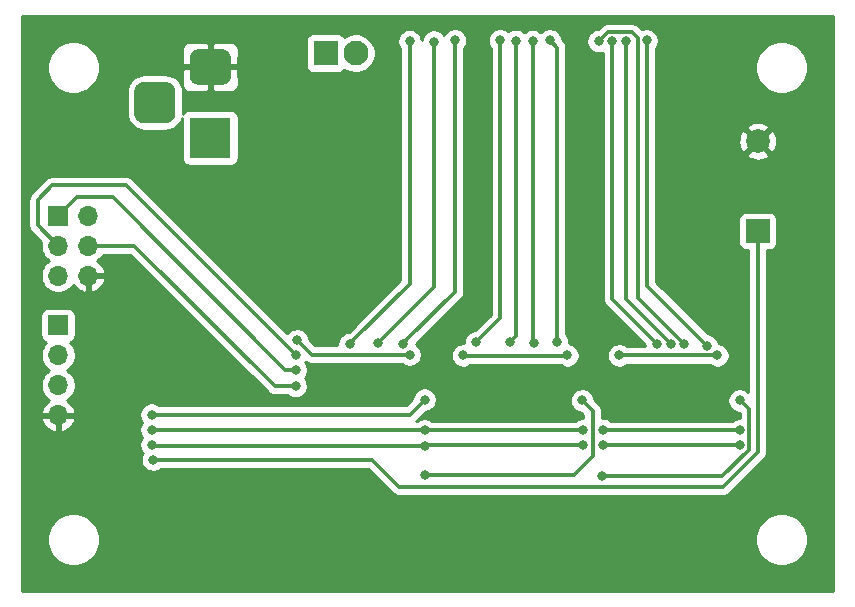
<source format=gbr>
G04 #@! TF.GenerationSoftware,KiCad,Pcbnew,(5.1.5-0-10_14)*
G04 #@! TF.CreationDate,2020-02-02T16:03:58+03:00*
G04 #@! TF.ProjectId,timer,74696d65-722e-46b6-9963-61645f706362,rev?*
G04 #@! TF.SameCoordinates,Original*
G04 #@! TF.FileFunction,Copper,L2,Bot*
G04 #@! TF.FilePolarity,Positive*
%FSLAX46Y46*%
G04 Gerber Fmt 4.6, Leading zero omitted, Abs format (unit mm)*
G04 Created by KiCad (PCBNEW (5.1.5-0-10_14)) date 2020-02-02 16:03:58*
%MOMM*%
%LPD*%
G04 APERTURE LIST*
%ADD10C,2.100000*%
%ADD11R,2.100000X2.100000*%
%ADD12C,2.000000*%
%ADD13R,2.000000X2.000000*%
%ADD14O,1.700000X1.700000*%
%ADD15R,1.700000X1.700000*%
%ADD16C,0.100000*%
%ADD17R,3.500000X3.500000*%
%ADD18C,0.800000*%
%ADD19C,0.300000*%
%ADD20C,0.254000*%
G04 APERTURE END LIST*
D10*
X153924000Y-82804000D03*
D11*
X151384000Y-82804000D03*
D12*
X187960000Y-90256800D03*
D13*
X187960000Y-97856800D03*
D14*
X128725000Y-113461800D03*
X128725000Y-110921800D03*
X128725000Y-108381800D03*
D15*
X128725000Y-105841800D03*
D14*
X131265000Y-101625400D03*
X128725000Y-101625400D03*
X131265000Y-99085400D03*
X128725000Y-99085400D03*
X131265000Y-96545400D03*
D15*
X128725000Y-96545400D03*
G04 #@! TA.AperFunction,ComponentPad*
D16*
G36*
X137875166Y-85221013D02*
G01*
X137960105Y-85233613D01*
X138043400Y-85254477D01*
X138124249Y-85283405D01*
X138201873Y-85320119D01*
X138275525Y-85364264D01*
X138344495Y-85415416D01*
X138408119Y-85473082D01*
X138465785Y-85536706D01*
X138516937Y-85605676D01*
X138561082Y-85679328D01*
X138597796Y-85756952D01*
X138626724Y-85837801D01*
X138647588Y-85921096D01*
X138660188Y-86006035D01*
X138664401Y-86091800D01*
X138664401Y-87841800D01*
X138660188Y-87927565D01*
X138647588Y-88012504D01*
X138626724Y-88095799D01*
X138597796Y-88176648D01*
X138561082Y-88254272D01*
X138516937Y-88327924D01*
X138465785Y-88396894D01*
X138408119Y-88460518D01*
X138344495Y-88518184D01*
X138275525Y-88569336D01*
X138201873Y-88613481D01*
X138124249Y-88650195D01*
X138043400Y-88679123D01*
X137960105Y-88699987D01*
X137875166Y-88712587D01*
X137789401Y-88716800D01*
X136039401Y-88716800D01*
X135953636Y-88712587D01*
X135868697Y-88699987D01*
X135785402Y-88679123D01*
X135704553Y-88650195D01*
X135626929Y-88613481D01*
X135553277Y-88569336D01*
X135484307Y-88518184D01*
X135420683Y-88460518D01*
X135363017Y-88396894D01*
X135311865Y-88327924D01*
X135267720Y-88254272D01*
X135231006Y-88176648D01*
X135202078Y-88095799D01*
X135181214Y-88012504D01*
X135168614Y-87927565D01*
X135164401Y-87841800D01*
X135164401Y-86091800D01*
X135168614Y-86006035D01*
X135181214Y-85921096D01*
X135202078Y-85837801D01*
X135231006Y-85756952D01*
X135267720Y-85679328D01*
X135311865Y-85605676D01*
X135363017Y-85536706D01*
X135420683Y-85473082D01*
X135484307Y-85415416D01*
X135553277Y-85364264D01*
X135626929Y-85320119D01*
X135704553Y-85283405D01*
X135785402Y-85254477D01*
X135868697Y-85233613D01*
X135953636Y-85221013D01*
X136039401Y-85216800D01*
X137789401Y-85216800D01*
X137875166Y-85221013D01*
G37*
G04 #@! TD.AperFunction*
G04 #@! TA.AperFunction,ComponentPad*
G36*
X142687914Y-82470411D02*
G01*
X142760719Y-82481211D01*
X142832115Y-82499095D01*
X142901414Y-82523890D01*
X142967949Y-82555359D01*
X143031079Y-82593198D01*
X143090196Y-82637042D01*
X143144731Y-82686470D01*
X143194159Y-82741005D01*
X143238003Y-82800122D01*
X143275842Y-82863252D01*
X143307311Y-82929787D01*
X143332106Y-82999086D01*
X143349990Y-83070482D01*
X143360790Y-83143287D01*
X143364401Y-83216800D01*
X143364401Y-84716800D01*
X143360790Y-84790313D01*
X143349990Y-84863118D01*
X143332106Y-84934514D01*
X143307311Y-85003813D01*
X143275842Y-85070348D01*
X143238003Y-85133478D01*
X143194159Y-85192595D01*
X143144731Y-85247130D01*
X143090196Y-85296558D01*
X143031079Y-85340402D01*
X142967949Y-85378241D01*
X142901414Y-85409710D01*
X142832115Y-85434505D01*
X142760719Y-85452389D01*
X142687914Y-85463189D01*
X142614401Y-85466800D01*
X140614401Y-85466800D01*
X140540888Y-85463189D01*
X140468083Y-85452389D01*
X140396687Y-85434505D01*
X140327388Y-85409710D01*
X140260853Y-85378241D01*
X140197723Y-85340402D01*
X140138606Y-85296558D01*
X140084071Y-85247130D01*
X140034643Y-85192595D01*
X139990799Y-85133478D01*
X139952960Y-85070348D01*
X139921491Y-85003813D01*
X139896696Y-84934514D01*
X139878812Y-84863118D01*
X139868012Y-84790313D01*
X139864401Y-84716800D01*
X139864401Y-83216800D01*
X139868012Y-83143287D01*
X139878812Y-83070482D01*
X139896696Y-82999086D01*
X139921491Y-82929787D01*
X139952960Y-82863252D01*
X139990799Y-82800122D01*
X140034643Y-82741005D01*
X140084071Y-82686470D01*
X140138606Y-82637042D01*
X140197723Y-82593198D01*
X140260853Y-82555359D01*
X140327388Y-82523890D01*
X140396687Y-82499095D01*
X140468083Y-82481211D01*
X140540888Y-82470411D01*
X140614401Y-82466800D01*
X142614401Y-82466800D01*
X142687914Y-82470411D01*
G37*
G04 #@! TD.AperFunction*
D17*
X141614401Y-89966800D03*
D18*
X184556400Y-108381800D03*
X171856400Y-108381800D03*
X148971000Y-107111800D03*
X176225200Y-108381800D03*
X163017200Y-108381800D03*
X158496000Y-108331000D03*
X148844000Y-110998002D03*
X148844000Y-108331002D03*
X148844000Y-109626394D03*
X162331400Y-81711800D03*
X157888285Y-107433755D03*
X158496000Y-81788000D03*
X153416000Y-107442000D03*
X160541400Y-81826800D03*
X155817010Y-107334350D03*
X170356400Y-81711800D03*
X170976020Y-107292657D03*
X167483521Y-81788006D03*
X166953174Y-107288580D03*
X168910000Y-81788000D03*
X169037000Y-107315000D03*
X166141412Y-81711800D03*
X164102539Y-107296461D03*
X178562000Y-81711800D03*
X183642000Y-107569000D03*
X175653198Y-81788000D03*
X179450996Y-107442000D03*
X176783996Y-81788000D03*
X180594000Y-107442000D03*
X174498000Y-81788000D03*
X181736998Y-107442000D03*
X159766000Y-118491000D03*
X173101000Y-112191800D03*
X186436000Y-112191800D03*
X174752000Y-118617998D03*
X186461400Y-116001800D03*
X174855011Y-116001800D03*
X173151806Y-116001800D03*
X159766001Y-116078000D03*
X136652000Y-115950999D03*
X186461400Y-114731800D03*
X174855011Y-114721910D03*
X173151800Y-114731800D03*
X159766000Y-114731794D03*
X136652000Y-114680994D03*
X159766000Y-112141002D03*
X136652000Y-113410998D03*
X136779000Y-117221000D03*
D19*
X184556400Y-108381800D02*
X176225200Y-108381800D01*
X163093400Y-108458000D02*
X163017200Y-108381800D01*
X171780200Y-108458000D02*
X163093400Y-108458000D01*
X171856400Y-108381800D02*
X171780200Y-108458000D01*
X158546800Y-108381800D02*
X158496000Y-108331000D01*
X150190200Y-108331000D02*
X158496000Y-108331000D01*
X148971000Y-107111800D02*
X150190200Y-108331000D01*
X148278315Y-110998002D02*
X148844000Y-110998002D01*
X135153400Y-99085400D02*
X147066002Y-110998002D01*
X147066002Y-110998002D02*
X148278315Y-110998002D01*
X131265000Y-99085400D02*
X135153400Y-99085400D01*
X148444001Y-107931003D02*
X148844000Y-108331002D01*
X127000000Y-95214199D02*
X128234199Y-93980000D01*
X134492998Y-93980000D02*
X148444001Y-107931003D01*
X127000000Y-97360400D02*
X127000000Y-95214199D01*
X128234199Y-93980000D02*
X134492998Y-93980000D01*
X128725000Y-99085400D02*
X127000000Y-97360400D01*
X148278315Y-109626394D02*
X148844000Y-109626394D01*
X147980394Y-109626394D02*
X148278315Y-109626394D01*
X133350000Y-94996000D02*
X147980394Y-109626394D01*
X130302000Y-94996000D02*
X133350000Y-94996000D01*
X128752600Y-96545400D02*
X130302000Y-94996000D01*
X128725000Y-96545400D02*
X128752600Y-96545400D01*
X162331400Y-102990640D02*
X158288284Y-107033756D01*
X162331400Y-81711800D02*
X162331400Y-102990640D01*
X158288284Y-107033756D02*
X157888285Y-107433755D01*
X158496000Y-102362000D02*
X153815999Y-107042001D01*
X158496000Y-81788000D02*
X158496000Y-102362000D01*
X153815999Y-107042001D02*
X153416000Y-107442000D01*
X160541400Y-81826800D02*
X160541400Y-102609960D01*
X160541400Y-102609960D02*
X156217009Y-106934351D01*
X156217009Y-106934351D02*
X155817010Y-107334350D01*
X170976020Y-82331420D02*
X170976020Y-106726972D01*
X170356400Y-81711800D02*
X170976020Y-82331420D01*
X170976020Y-106726972D02*
X170976020Y-107292657D01*
X167483521Y-106758233D02*
X166953174Y-107288580D01*
X167483521Y-81788006D02*
X167483521Y-106758233D01*
X168910000Y-81788000D02*
X168910000Y-107188000D01*
X168910000Y-107188000D02*
X169037000Y-107315000D01*
X166141412Y-105257588D02*
X164102539Y-107296461D01*
X166141412Y-81711800D02*
X166141412Y-105257588D01*
X178562000Y-102489000D02*
X183642000Y-107569000D01*
X178562000Y-81711800D02*
X178562000Y-102489000D01*
X175653198Y-81788000D02*
X175653198Y-103644202D01*
X175653198Y-103644202D02*
X179050997Y-107042001D01*
X179050997Y-107042001D02*
X179450996Y-107442000D01*
X180194001Y-107042001D02*
X180594000Y-107442000D01*
X176783996Y-81788000D02*
X176783996Y-103631996D01*
X176783996Y-103631996D02*
X180194001Y-107042001D01*
X174498000Y-81788000D02*
X175260000Y-81026000D01*
X177292000Y-81026000D02*
X177788001Y-81522001D01*
X175260000Y-81026000D02*
X177292000Y-81026000D01*
X177788001Y-81522001D02*
X177788001Y-103493003D01*
X181336999Y-107042001D02*
X181736998Y-107442000D01*
X177788001Y-103493003D02*
X181336999Y-107042001D01*
X173500999Y-112591799D02*
X173101000Y-112191800D01*
X172407602Y-118491000D02*
X173990000Y-116908602D01*
X159766000Y-118491000D02*
X172407602Y-118491000D01*
X173990000Y-116908602D02*
X173990000Y-113080800D01*
X173990000Y-113080800D02*
X173500999Y-112591799D01*
X184955204Y-118617998D02*
X175317685Y-118617998D01*
X187211401Y-116361801D02*
X184955204Y-118617998D01*
X187211401Y-112916401D02*
X187211401Y-116361801D01*
X175317685Y-118617998D02*
X174752000Y-118617998D01*
X186486800Y-112191800D02*
X187211401Y-112916401D01*
X186436000Y-112191800D02*
X186486800Y-112191800D01*
X174855011Y-116001800D02*
X186461400Y-116001800D01*
X159842201Y-116001800D02*
X159766001Y-116078000D01*
X173151806Y-116001800D02*
X159842201Y-116001800D01*
X159766001Y-116078000D02*
X136779001Y-116078000D01*
X136779001Y-116078000D02*
X136652000Y-115950999D01*
X186461400Y-114731800D02*
X174864901Y-114731800D01*
X174864901Y-114731800D02*
X174855011Y-114721910D01*
X173151800Y-114731800D02*
X159766006Y-114731800D01*
X159766006Y-114731800D02*
X159766000Y-114731794D01*
X159766000Y-114731794D02*
X136702800Y-114731794D01*
X136702800Y-114731794D02*
X136652000Y-114680994D01*
X137217685Y-113410998D02*
X136652000Y-113410998D01*
X159766000Y-112141002D02*
X158496004Y-113410998D01*
X158496004Y-113410998D02*
X137217685Y-113410998D01*
X157595001Y-119495001D02*
X155321000Y-117221000D01*
X185050999Y-119495001D02*
X157595001Y-119495001D01*
X187960000Y-116586000D02*
X185050999Y-119495001D01*
X155321000Y-117221000D02*
X136779000Y-117221000D01*
X187960000Y-97856800D02*
X187960000Y-116586000D01*
D20*
G36*
X194340001Y-128340000D02*
G01*
X125660000Y-128340000D01*
X125660000Y-123779872D01*
X127765000Y-123779872D01*
X127765000Y-124220128D01*
X127850890Y-124651925D01*
X128019369Y-125058669D01*
X128263962Y-125424729D01*
X128575271Y-125736038D01*
X128941331Y-125980631D01*
X129348075Y-126149110D01*
X129779872Y-126235000D01*
X130220128Y-126235000D01*
X130651925Y-126149110D01*
X131058669Y-125980631D01*
X131424729Y-125736038D01*
X131736038Y-125424729D01*
X131980631Y-125058669D01*
X132149110Y-124651925D01*
X132235000Y-124220128D01*
X132235000Y-123779872D01*
X187765000Y-123779872D01*
X187765000Y-124220128D01*
X187850890Y-124651925D01*
X188019369Y-125058669D01*
X188263962Y-125424729D01*
X188575271Y-125736038D01*
X188941331Y-125980631D01*
X189348075Y-126149110D01*
X189779872Y-126235000D01*
X190220128Y-126235000D01*
X190651925Y-126149110D01*
X191058669Y-125980631D01*
X191424729Y-125736038D01*
X191736038Y-125424729D01*
X191980631Y-125058669D01*
X192149110Y-124651925D01*
X192235000Y-124220128D01*
X192235000Y-123779872D01*
X192149110Y-123348075D01*
X191980631Y-122941331D01*
X191736038Y-122575271D01*
X191424729Y-122263962D01*
X191058669Y-122019369D01*
X190651925Y-121850890D01*
X190220128Y-121765000D01*
X189779872Y-121765000D01*
X189348075Y-121850890D01*
X188941331Y-122019369D01*
X188575271Y-122263962D01*
X188263962Y-122575271D01*
X188019369Y-122941331D01*
X187850890Y-123348075D01*
X187765000Y-123779872D01*
X132235000Y-123779872D01*
X132149110Y-123348075D01*
X131980631Y-122941331D01*
X131736038Y-122575271D01*
X131424729Y-122263962D01*
X131058669Y-122019369D01*
X130651925Y-121850890D01*
X130220128Y-121765000D01*
X129779872Y-121765000D01*
X129348075Y-121850890D01*
X128941331Y-122019369D01*
X128575271Y-122263962D01*
X128263962Y-122575271D01*
X128019369Y-122941331D01*
X127850890Y-123348075D01*
X127765000Y-123779872D01*
X125660000Y-123779872D01*
X125660000Y-113818690D01*
X127283524Y-113818690D01*
X127328175Y-113965899D01*
X127453359Y-114228720D01*
X127627412Y-114462069D01*
X127843645Y-114656978D01*
X128093748Y-114805957D01*
X128368109Y-114903281D01*
X128598000Y-114782614D01*
X128598000Y-113588800D01*
X128852000Y-113588800D01*
X128852000Y-114782614D01*
X129081891Y-114903281D01*
X129356252Y-114805957D01*
X129606355Y-114656978D01*
X129822588Y-114462069D01*
X129996641Y-114228720D01*
X130121825Y-113965899D01*
X130166476Y-113818690D01*
X130045155Y-113588800D01*
X128852000Y-113588800D01*
X128598000Y-113588800D01*
X127404845Y-113588800D01*
X127283524Y-113818690D01*
X125660000Y-113818690D01*
X125660000Y-104991800D01*
X127236928Y-104991800D01*
X127236928Y-106691800D01*
X127249188Y-106816282D01*
X127285498Y-106935980D01*
X127344463Y-107046294D01*
X127423815Y-107142985D01*
X127520506Y-107222337D01*
X127630820Y-107281302D01*
X127703380Y-107303313D01*
X127571525Y-107435168D01*
X127409010Y-107678389D01*
X127297068Y-107948642D01*
X127240000Y-108235540D01*
X127240000Y-108528060D01*
X127297068Y-108814958D01*
X127409010Y-109085211D01*
X127571525Y-109328432D01*
X127778368Y-109535275D01*
X127952760Y-109651800D01*
X127778368Y-109768325D01*
X127571525Y-109975168D01*
X127409010Y-110218389D01*
X127297068Y-110488642D01*
X127240000Y-110775540D01*
X127240000Y-111068060D01*
X127297068Y-111354958D01*
X127409010Y-111625211D01*
X127571525Y-111868432D01*
X127778368Y-112075275D01*
X127960534Y-112196995D01*
X127843645Y-112266622D01*
X127627412Y-112461531D01*
X127453359Y-112694880D01*
X127328175Y-112957701D01*
X127283524Y-113104910D01*
X127404845Y-113334800D01*
X128598000Y-113334800D01*
X128598000Y-113314800D01*
X128852000Y-113314800D01*
X128852000Y-113334800D01*
X130045155Y-113334800D01*
X130058739Y-113309059D01*
X135617000Y-113309059D01*
X135617000Y-113512937D01*
X135656774Y-113712896D01*
X135734795Y-113901254D01*
X135831508Y-114045996D01*
X135734795Y-114190738D01*
X135656774Y-114379096D01*
X135617000Y-114579055D01*
X135617000Y-114782933D01*
X135656774Y-114982892D01*
X135734795Y-115171250D01*
X135831511Y-115315997D01*
X135734795Y-115460743D01*
X135656774Y-115649101D01*
X135617000Y-115849060D01*
X135617000Y-116052938D01*
X135656774Y-116252897D01*
X135734795Y-116441255D01*
X135848063Y-116610773D01*
X135904348Y-116667058D01*
X135861795Y-116730744D01*
X135783774Y-116919102D01*
X135744000Y-117119061D01*
X135744000Y-117322939D01*
X135783774Y-117522898D01*
X135861795Y-117711256D01*
X135975063Y-117880774D01*
X136119226Y-118024937D01*
X136288744Y-118138205D01*
X136477102Y-118216226D01*
X136677061Y-118256000D01*
X136880939Y-118256000D01*
X137080898Y-118216226D01*
X137269256Y-118138205D01*
X137438774Y-118024937D01*
X137457711Y-118006000D01*
X154995843Y-118006000D01*
X157012659Y-120022817D01*
X157037237Y-120052765D01*
X157067185Y-120077343D01*
X157067188Y-120077346D01*
X157096560Y-120101451D01*
X157156768Y-120150863D01*
X157293141Y-120223755D01*
X157441114Y-120268642D01*
X157556440Y-120280001D01*
X157556447Y-120280001D01*
X157595000Y-120283798D01*
X157633553Y-120280001D01*
X185012446Y-120280001D01*
X185050999Y-120283798D01*
X185089552Y-120280001D01*
X185089560Y-120280001D01*
X185204886Y-120268642D01*
X185352859Y-120223755D01*
X185489232Y-120150863D01*
X185608763Y-120052765D01*
X185633346Y-120022811D01*
X188487810Y-117168347D01*
X188517764Y-117143764D01*
X188615862Y-117024233D01*
X188688754Y-116887860D01*
X188694717Y-116868204D01*
X188733642Y-116739887D01*
X188741740Y-116657662D01*
X188745000Y-116624561D01*
X188745000Y-116624556D01*
X188748797Y-116586000D01*
X188745000Y-116547444D01*
X188745000Y-99494872D01*
X188960000Y-99494872D01*
X189084482Y-99482612D01*
X189204180Y-99446302D01*
X189314494Y-99387337D01*
X189411185Y-99307985D01*
X189490537Y-99211294D01*
X189549502Y-99100980D01*
X189585812Y-98981282D01*
X189598072Y-98856800D01*
X189598072Y-96856800D01*
X189585812Y-96732318D01*
X189549502Y-96612620D01*
X189490537Y-96502306D01*
X189411185Y-96405615D01*
X189314494Y-96326263D01*
X189204180Y-96267298D01*
X189084482Y-96230988D01*
X188960000Y-96218728D01*
X186960000Y-96218728D01*
X186835518Y-96230988D01*
X186715820Y-96267298D01*
X186605506Y-96326263D01*
X186508815Y-96405615D01*
X186429463Y-96502306D01*
X186370498Y-96612620D01*
X186334188Y-96732318D01*
X186321928Y-96856800D01*
X186321928Y-98856800D01*
X186334188Y-98981282D01*
X186370498Y-99100980D01*
X186429463Y-99211294D01*
X186508815Y-99307985D01*
X186605506Y-99387337D01*
X186715820Y-99446302D01*
X186835518Y-99482612D01*
X186960000Y-99494872D01*
X187175000Y-99494872D01*
X187175001Y-111467090D01*
X187095774Y-111387863D01*
X186926256Y-111274595D01*
X186737898Y-111196574D01*
X186537939Y-111156800D01*
X186334061Y-111156800D01*
X186134102Y-111196574D01*
X185945744Y-111274595D01*
X185776226Y-111387863D01*
X185632063Y-111532026D01*
X185518795Y-111701544D01*
X185440774Y-111889902D01*
X185401000Y-112089861D01*
X185401000Y-112293739D01*
X185440774Y-112493698D01*
X185518795Y-112682056D01*
X185632063Y-112851574D01*
X185776226Y-112995737D01*
X185945744Y-113109005D01*
X186134102Y-113187026D01*
X186334061Y-113226800D01*
X186411643Y-113226800D01*
X186426401Y-113241558D01*
X186426401Y-113696800D01*
X186359461Y-113696800D01*
X186159502Y-113736574D01*
X185971144Y-113814595D01*
X185801626Y-113927863D01*
X185782689Y-113946800D01*
X175543612Y-113946800D01*
X175514785Y-113917973D01*
X175345267Y-113804705D01*
X175156909Y-113726684D01*
X174956950Y-113686910D01*
X174775000Y-113686910D01*
X174775000Y-113119356D01*
X174778797Y-113080800D01*
X174775000Y-113042244D01*
X174775000Y-113042239D01*
X174768555Y-112976800D01*
X174763642Y-112926913D01*
X174718754Y-112778940D01*
X174709974Y-112762514D01*
X174645862Y-112642567D01*
X174547764Y-112523036D01*
X174517805Y-112498449D01*
X174136000Y-112116643D01*
X174136000Y-112089861D01*
X174096226Y-111889902D01*
X174018205Y-111701544D01*
X173904937Y-111532026D01*
X173760774Y-111387863D01*
X173591256Y-111274595D01*
X173402898Y-111196574D01*
X173202939Y-111156800D01*
X172999061Y-111156800D01*
X172799102Y-111196574D01*
X172610744Y-111274595D01*
X172441226Y-111387863D01*
X172297063Y-111532026D01*
X172183795Y-111701544D01*
X172105774Y-111889902D01*
X172066000Y-112089861D01*
X172066000Y-112293739D01*
X172105774Y-112493698D01*
X172183795Y-112682056D01*
X172297063Y-112851574D01*
X172441226Y-112995737D01*
X172610744Y-113109005D01*
X172799102Y-113187026D01*
X172999061Y-113226800D01*
X173025843Y-113226800D01*
X173205001Y-113405957D01*
X173205001Y-113696800D01*
X173049861Y-113696800D01*
X172849902Y-113736574D01*
X172661544Y-113814595D01*
X172492026Y-113927863D01*
X172473089Y-113946800D01*
X160444717Y-113946800D01*
X160425774Y-113927857D01*
X160256256Y-113814589D01*
X160067898Y-113736568D01*
X159867939Y-113696794D01*
X159664061Y-113696794D01*
X159464102Y-113736568D01*
X159275744Y-113814589D01*
X159106226Y-113927857D01*
X159087289Y-113946794D01*
X159071797Y-113946794D01*
X159078351Y-113938808D01*
X159841157Y-113176002D01*
X159867939Y-113176002D01*
X160067898Y-113136228D01*
X160256256Y-113058207D01*
X160425774Y-112944939D01*
X160569937Y-112800776D01*
X160683205Y-112631258D01*
X160761226Y-112442900D01*
X160801000Y-112242941D01*
X160801000Y-112039063D01*
X160761226Y-111839104D01*
X160683205Y-111650746D01*
X160569937Y-111481228D01*
X160425774Y-111337065D01*
X160256256Y-111223797D01*
X160067898Y-111145776D01*
X159867939Y-111106002D01*
X159664061Y-111106002D01*
X159464102Y-111145776D01*
X159275744Y-111223797D01*
X159106226Y-111337065D01*
X158962063Y-111481228D01*
X158848795Y-111650746D01*
X158770774Y-111839104D01*
X158731000Y-112039063D01*
X158731000Y-112065845D01*
X158170847Y-112625998D01*
X137330711Y-112625998D01*
X137311774Y-112607061D01*
X137142256Y-112493793D01*
X136953898Y-112415772D01*
X136753939Y-112375998D01*
X136550061Y-112375998D01*
X136350102Y-112415772D01*
X136161744Y-112493793D01*
X135992226Y-112607061D01*
X135848063Y-112751224D01*
X135734795Y-112920742D01*
X135656774Y-113109100D01*
X135617000Y-113309059D01*
X130058739Y-113309059D01*
X130166476Y-113104910D01*
X130121825Y-112957701D01*
X129996641Y-112694880D01*
X129822588Y-112461531D01*
X129606355Y-112266622D01*
X129489466Y-112196995D01*
X129671632Y-112075275D01*
X129878475Y-111868432D01*
X130040990Y-111625211D01*
X130152932Y-111354958D01*
X130210000Y-111068060D01*
X130210000Y-110775540D01*
X130152932Y-110488642D01*
X130040990Y-110218389D01*
X129878475Y-109975168D01*
X129671632Y-109768325D01*
X129497240Y-109651800D01*
X129671632Y-109535275D01*
X129878475Y-109328432D01*
X130040990Y-109085211D01*
X130152932Y-108814958D01*
X130210000Y-108528060D01*
X130210000Y-108235540D01*
X130152932Y-107948642D01*
X130040990Y-107678389D01*
X129878475Y-107435168D01*
X129746620Y-107303313D01*
X129819180Y-107281302D01*
X129929494Y-107222337D01*
X130026185Y-107142985D01*
X130105537Y-107046294D01*
X130164502Y-106935980D01*
X130200812Y-106816282D01*
X130213072Y-106691800D01*
X130213072Y-104991800D01*
X130200812Y-104867318D01*
X130164502Y-104747620D01*
X130105537Y-104637306D01*
X130026185Y-104540615D01*
X129929494Y-104461263D01*
X129819180Y-104402298D01*
X129699482Y-104365988D01*
X129575000Y-104353728D01*
X127875000Y-104353728D01*
X127750518Y-104365988D01*
X127630820Y-104402298D01*
X127520506Y-104461263D01*
X127423815Y-104540615D01*
X127344463Y-104637306D01*
X127285498Y-104747620D01*
X127249188Y-104867318D01*
X127236928Y-104991800D01*
X125660000Y-104991800D01*
X125660000Y-95214199D01*
X126211203Y-95214199D01*
X126215001Y-95252762D01*
X126215000Y-97321847D01*
X126211203Y-97360400D01*
X126215000Y-97398953D01*
X126215000Y-97398960D01*
X126226359Y-97514286D01*
X126271246Y-97662259D01*
X126344138Y-97798632D01*
X126442236Y-97918164D01*
X126472190Y-97942747D01*
X127277925Y-98748482D01*
X127240000Y-98939140D01*
X127240000Y-99231660D01*
X127297068Y-99518558D01*
X127409010Y-99788811D01*
X127571525Y-100032032D01*
X127778368Y-100238875D01*
X127952760Y-100355400D01*
X127778368Y-100471925D01*
X127571525Y-100678768D01*
X127409010Y-100921989D01*
X127297068Y-101192242D01*
X127240000Y-101479140D01*
X127240000Y-101771660D01*
X127297068Y-102058558D01*
X127409010Y-102328811D01*
X127571525Y-102572032D01*
X127778368Y-102778875D01*
X128021589Y-102941390D01*
X128291842Y-103053332D01*
X128578740Y-103110400D01*
X128871260Y-103110400D01*
X129158158Y-103053332D01*
X129428411Y-102941390D01*
X129671632Y-102778875D01*
X129878475Y-102572032D01*
X129996100Y-102395994D01*
X130167412Y-102625669D01*
X130383645Y-102820578D01*
X130633748Y-102969557D01*
X130908109Y-103066881D01*
X131138000Y-102946214D01*
X131138000Y-101752400D01*
X131392000Y-101752400D01*
X131392000Y-102946214D01*
X131621891Y-103066881D01*
X131896252Y-102969557D01*
X132146355Y-102820578D01*
X132362588Y-102625669D01*
X132536641Y-102392320D01*
X132661825Y-102129499D01*
X132706476Y-101982290D01*
X132585155Y-101752400D01*
X131392000Y-101752400D01*
X131138000Y-101752400D01*
X131118000Y-101752400D01*
X131118000Y-101498400D01*
X131138000Y-101498400D01*
X131138000Y-101478400D01*
X131392000Y-101478400D01*
X131392000Y-101498400D01*
X132585155Y-101498400D01*
X132706476Y-101268510D01*
X132661825Y-101121301D01*
X132536641Y-100858480D01*
X132362588Y-100625131D01*
X132146355Y-100430222D01*
X132029466Y-100360595D01*
X132211632Y-100238875D01*
X132418475Y-100032032D01*
X132526474Y-99870400D01*
X134828243Y-99870400D01*
X146483660Y-111525818D01*
X146508238Y-111555766D01*
X146538186Y-111580344D01*
X146538189Y-111580347D01*
X146541712Y-111583238D01*
X146627769Y-111653864D01*
X146764142Y-111726756D01*
X146852530Y-111753568D01*
X146912114Y-111771643D01*
X146926492Y-111773059D01*
X147027441Y-111783002D01*
X147027448Y-111783002D01*
X147066001Y-111786799D01*
X147104554Y-111783002D01*
X148165289Y-111783002D01*
X148184226Y-111801939D01*
X148353744Y-111915207D01*
X148542102Y-111993228D01*
X148742061Y-112033002D01*
X148945939Y-112033002D01*
X149145898Y-111993228D01*
X149334256Y-111915207D01*
X149503774Y-111801939D01*
X149647937Y-111657776D01*
X149761205Y-111488258D01*
X149839226Y-111299900D01*
X149879000Y-111099941D01*
X149879000Y-110896063D01*
X149839226Y-110696104D01*
X149761205Y-110507746D01*
X149647937Y-110338228D01*
X149621907Y-110312198D01*
X149647937Y-110286168D01*
X149761205Y-110116650D01*
X149839226Y-109928292D01*
X149879000Y-109728333D01*
X149879000Y-109524455D01*
X149839226Y-109324496D01*
X149761205Y-109136138D01*
X149656007Y-108978698D01*
X149686469Y-108933109D01*
X149691759Y-108937450D01*
X149751967Y-108986862D01*
X149888340Y-109059754D01*
X150036312Y-109104641D01*
X150050690Y-109106057D01*
X150151639Y-109116000D01*
X150151646Y-109116000D01*
X150190199Y-109119797D01*
X150228752Y-109116000D01*
X157817289Y-109116000D01*
X157836226Y-109134937D01*
X158005744Y-109248205D01*
X158194102Y-109326226D01*
X158394061Y-109366000D01*
X158597939Y-109366000D01*
X158797898Y-109326226D01*
X158986256Y-109248205D01*
X159155774Y-109134937D01*
X159299937Y-108990774D01*
X159413205Y-108821256D01*
X159491226Y-108632898D01*
X159531000Y-108432939D01*
X159531000Y-108279861D01*
X161982200Y-108279861D01*
X161982200Y-108483739D01*
X162021974Y-108683698D01*
X162099995Y-108872056D01*
X162213263Y-109041574D01*
X162357426Y-109185737D01*
X162526944Y-109299005D01*
X162715302Y-109377026D01*
X162915261Y-109416800D01*
X163119139Y-109416800D01*
X163319098Y-109377026D01*
X163507456Y-109299005D01*
X163591274Y-109243000D01*
X171282326Y-109243000D01*
X171366144Y-109299005D01*
X171554502Y-109377026D01*
X171754461Y-109416800D01*
X171958339Y-109416800D01*
X172158298Y-109377026D01*
X172346656Y-109299005D01*
X172516174Y-109185737D01*
X172660337Y-109041574D01*
X172773605Y-108872056D01*
X172851626Y-108683698D01*
X172891400Y-108483739D01*
X172891400Y-108279861D01*
X172851626Y-108079902D01*
X172773605Y-107891544D01*
X172660337Y-107722026D01*
X172516174Y-107577863D01*
X172346656Y-107464595D01*
X172158298Y-107386574D01*
X172011020Y-107357279D01*
X172011020Y-107190718D01*
X171971246Y-106990759D01*
X171893225Y-106802401D01*
X171779957Y-106632883D01*
X171761020Y-106613946D01*
X171761020Y-82369972D01*
X171764817Y-82331419D01*
X171761020Y-82292866D01*
X171761020Y-82292859D01*
X171749661Y-82177533D01*
X171704774Y-82029560D01*
X171631882Y-81893187D01*
X171533784Y-81773656D01*
X171503836Y-81749078D01*
X171440819Y-81686061D01*
X173463000Y-81686061D01*
X173463000Y-81889939D01*
X173502774Y-82089898D01*
X173580795Y-82278256D01*
X173694063Y-82447774D01*
X173838226Y-82591937D01*
X174007744Y-82705205D01*
X174196102Y-82783226D01*
X174396061Y-82823000D01*
X174599939Y-82823000D01*
X174799898Y-82783226D01*
X174868198Y-82754935D01*
X174868199Y-103605639D01*
X174864401Y-103644202D01*
X174879557Y-103798088D01*
X174924444Y-103946061D01*
X174924445Y-103946062D01*
X174997337Y-104082435D01*
X175037888Y-104131846D01*
X175070853Y-104172014D01*
X175070857Y-104172018D01*
X175095435Y-104201966D01*
X175125383Y-104226544D01*
X178415996Y-107517158D01*
X178415996Y-107543939D01*
X178426511Y-107596800D01*
X176903911Y-107596800D01*
X176884974Y-107577863D01*
X176715456Y-107464595D01*
X176527098Y-107386574D01*
X176327139Y-107346800D01*
X176123261Y-107346800D01*
X175923302Y-107386574D01*
X175734944Y-107464595D01*
X175565426Y-107577863D01*
X175421263Y-107722026D01*
X175307995Y-107891544D01*
X175229974Y-108079902D01*
X175190200Y-108279861D01*
X175190200Y-108483739D01*
X175229974Y-108683698D01*
X175307995Y-108872056D01*
X175421263Y-109041574D01*
X175565426Y-109185737D01*
X175734944Y-109299005D01*
X175923302Y-109377026D01*
X176123261Y-109416800D01*
X176327139Y-109416800D01*
X176527098Y-109377026D01*
X176715456Y-109299005D01*
X176884974Y-109185737D01*
X176903911Y-109166800D01*
X183877689Y-109166800D01*
X183896626Y-109185737D01*
X184066144Y-109299005D01*
X184254502Y-109377026D01*
X184454461Y-109416800D01*
X184658339Y-109416800D01*
X184858298Y-109377026D01*
X185046656Y-109299005D01*
X185216174Y-109185737D01*
X185360337Y-109041574D01*
X185473605Y-108872056D01*
X185551626Y-108683698D01*
X185591400Y-108483739D01*
X185591400Y-108279861D01*
X185551626Y-108079902D01*
X185473605Y-107891544D01*
X185360337Y-107722026D01*
X185216174Y-107577863D01*
X185046656Y-107464595D01*
X184858298Y-107386574D01*
X184658339Y-107346800D01*
X184653079Y-107346800D01*
X184637226Y-107267102D01*
X184559205Y-107078744D01*
X184445937Y-106909226D01*
X184301774Y-106765063D01*
X184132256Y-106651795D01*
X183943898Y-106573774D01*
X183743939Y-106534000D01*
X183717158Y-106534000D01*
X179347000Y-102163843D01*
X179347000Y-91392213D01*
X187004192Y-91392213D01*
X187099956Y-91656614D01*
X187389571Y-91797504D01*
X187701108Y-91879184D01*
X188022595Y-91898518D01*
X188341675Y-91854761D01*
X188646088Y-91749595D01*
X188820044Y-91656614D01*
X188915808Y-91392213D01*
X187960000Y-90436405D01*
X187004192Y-91392213D01*
X179347000Y-91392213D01*
X179347000Y-90319395D01*
X186318282Y-90319395D01*
X186362039Y-90638475D01*
X186467205Y-90942888D01*
X186560186Y-91116844D01*
X186824587Y-91212608D01*
X187780395Y-90256800D01*
X188139605Y-90256800D01*
X189095413Y-91212608D01*
X189359814Y-91116844D01*
X189500704Y-90827229D01*
X189582384Y-90515692D01*
X189601718Y-90194205D01*
X189557961Y-89875125D01*
X189452795Y-89570712D01*
X189359814Y-89396756D01*
X189095413Y-89300992D01*
X188139605Y-90256800D01*
X187780395Y-90256800D01*
X186824587Y-89300992D01*
X186560186Y-89396756D01*
X186419296Y-89686371D01*
X186337616Y-89997908D01*
X186318282Y-90319395D01*
X179347000Y-90319395D01*
X179347000Y-89121387D01*
X187004192Y-89121387D01*
X187960000Y-90077195D01*
X188915808Y-89121387D01*
X188820044Y-88856986D01*
X188530429Y-88716096D01*
X188218892Y-88634416D01*
X187897405Y-88615082D01*
X187578325Y-88658839D01*
X187273912Y-88764005D01*
X187099956Y-88856986D01*
X187004192Y-89121387D01*
X179347000Y-89121387D01*
X179347000Y-83779872D01*
X187765000Y-83779872D01*
X187765000Y-84220128D01*
X187850890Y-84651925D01*
X188019369Y-85058669D01*
X188263962Y-85424729D01*
X188575271Y-85736038D01*
X188941331Y-85980631D01*
X189348075Y-86149110D01*
X189779872Y-86235000D01*
X190220128Y-86235000D01*
X190651925Y-86149110D01*
X191058669Y-85980631D01*
X191424729Y-85736038D01*
X191736038Y-85424729D01*
X191980631Y-85058669D01*
X192149110Y-84651925D01*
X192235000Y-84220128D01*
X192235000Y-83779872D01*
X192149110Y-83348075D01*
X191980631Y-82941331D01*
X191736038Y-82575271D01*
X191424729Y-82263962D01*
X191058669Y-82019369D01*
X190651925Y-81850890D01*
X190220128Y-81765000D01*
X189779872Y-81765000D01*
X189348075Y-81850890D01*
X188941331Y-82019369D01*
X188575271Y-82263962D01*
X188263962Y-82575271D01*
X188019369Y-82941331D01*
X187850890Y-83348075D01*
X187765000Y-83779872D01*
X179347000Y-83779872D01*
X179347000Y-82390511D01*
X179365937Y-82371574D01*
X179479205Y-82202056D01*
X179557226Y-82013698D01*
X179597000Y-81813739D01*
X179597000Y-81609861D01*
X179557226Y-81409902D01*
X179479205Y-81221544D01*
X179365937Y-81052026D01*
X179221774Y-80907863D01*
X179052256Y-80794595D01*
X178863898Y-80716574D01*
X178663939Y-80676800D01*
X178460061Y-80676800D01*
X178260102Y-80716574D01*
X178141753Y-80765596D01*
X177874347Y-80498190D01*
X177849764Y-80468236D01*
X177730233Y-80370138D01*
X177593860Y-80297246D01*
X177445887Y-80252359D01*
X177330561Y-80241000D01*
X177330553Y-80241000D01*
X177292000Y-80237203D01*
X177253447Y-80241000D01*
X175298556Y-80241000D01*
X175260000Y-80237203D01*
X175221444Y-80241000D01*
X175221439Y-80241000D01*
X175181026Y-80244980D01*
X175106113Y-80252358D01*
X174958140Y-80297246D01*
X174821767Y-80370138D01*
X174702236Y-80468236D01*
X174677653Y-80498190D01*
X174422843Y-80753000D01*
X174396061Y-80753000D01*
X174196102Y-80792774D01*
X174007744Y-80870795D01*
X173838226Y-80984063D01*
X173694063Y-81128226D01*
X173580795Y-81297744D01*
X173502774Y-81486102D01*
X173463000Y-81686061D01*
X171440819Y-81686061D01*
X171391400Y-81636642D01*
X171391400Y-81609861D01*
X171351626Y-81409902D01*
X171273605Y-81221544D01*
X171160337Y-81052026D01*
X171016174Y-80907863D01*
X170846656Y-80794595D01*
X170658298Y-80716574D01*
X170458339Y-80676800D01*
X170254461Y-80676800D01*
X170054502Y-80716574D01*
X169866144Y-80794595D01*
X169696626Y-80907863D01*
X169595100Y-81009389D01*
X169569774Y-80984063D01*
X169400256Y-80870795D01*
X169211898Y-80792774D01*
X169011939Y-80753000D01*
X168808061Y-80753000D01*
X168608102Y-80792774D01*
X168419744Y-80870795D01*
X168250226Y-80984063D01*
X168196758Y-81037532D01*
X168143295Y-80984069D01*
X167973777Y-80870801D01*
X167785419Y-80792780D01*
X167585460Y-80753006D01*
X167381582Y-80753006D01*
X167181623Y-80792780D01*
X166993265Y-80870801D01*
X166855905Y-80962582D01*
X166801186Y-80907863D01*
X166631668Y-80794595D01*
X166443310Y-80716574D01*
X166243351Y-80676800D01*
X166039473Y-80676800D01*
X165839514Y-80716574D01*
X165651156Y-80794595D01*
X165481638Y-80907863D01*
X165337475Y-81052026D01*
X165224207Y-81221544D01*
X165146186Y-81409902D01*
X165106412Y-81609861D01*
X165106412Y-81813739D01*
X165146186Y-82013698D01*
X165224207Y-82202056D01*
X165337475Y-82371574D01*
X165356412Y-82390511D01*
X165356413Y-104932430D01*
X164027382Y-106261461D01*
X164000600Y-106261461D01*
X163800641Y-106301235D01*
X163612283Y-106379256D01*
X163442765Y-106492524D01*
X163298602Y-106636687D01*
X163185334Y-106806205D01*
X163107313Y-106994563D01*
X163067539Y-107194522D01*
X163067539Y-107346800D01*
X162915261Y-107346800D01*
X162715302Y-107386574D01*
X162526944Y-107464595D01*
X162357426Y-107577863D01*
X162213263Y-107722026D01*
X162099995Y-107891544D01*
X162021974Y-108079902D01*
X161982200Y-108279861D01*
X159531000Y-108279861D01*
X159531000Y-108229061D01*
X159491226Y-108029102D01*
X159413205Y-107840744D01*
X159299937Y-107671226D01*
X159155774Y-107527063D01*
X159005526Y-107426671D01*
X162859216Y-103572982D01*
X162889164Y-103548404D01*
X162987262Y-103428873D01*
X163060154Y-103292500D01*
X163103139Y-103150798D01*
X163105041Y-103144528D01*
X163110762Y-103086438D01*
X163116400Y-103029201D01*
X163116400Y-103029194D01*
X163120197Y-102990641D01*
X163116400Y-102952088D01*
X163116400Y-82390511D01*
X163135337Y-82371574D01*
X163248605Y-82202056D01*
X163326626Y-82013698D01*
X163366400Y-81813739D01*
X163366400Y-81609861D01*
X163326626Y-81409902D01*
X163248605Y-81221544D01*
X163135337Y-81052026D01*
X162991174Y-80907863D01*
X162821656Y-80794595D01*
X162633298Y-80716574D01*
X162433339Y-80676800D01*
X162229461Y-80676800D01*
X162029502Y-80716574D01*
X161841144Y-80794595D01*
X161671626Y-80907863D01*
X161527463Y-81052026D01*
X161414195Y-81221544D01*
X161401784Y-81251506D01*
X161345337Y-81167026D01*
X161201174Y-81022863D01*
X161031656Y-80909595D01*
X160843298Y-80831574D01*
X160643339Y-80791800D01*
X160439461Y-80791800D01*
X160239502Y-80831574D01*
X160051144Y-80909595D01*
X159881626Y-81022863D01*
X159737463Y-81167026D01*
X159624195Y-81336544D01*
X159546174Y-81524902D01*
X159522559Y-81643624D01*
X159491226Y-81486102D01*
X159413205Y-81297744D01*
X159299937Y-81128226D01*
X159155774Y-80984063D01*
X158986256Y-80870795D01*
X158797898Y-80792774D01*
X158597939Y-80753000D01*
X158394061Y-80753000D01*
X158194102Y-80792774D01*
X158005744Y-80870795D01*
X157836226Y-80984063D01*
X157692063Y-81128226D01*
X157578795Y-81297744D01*
X157500774Y-81486102D01*
X157461000Y-81686061D01*
X157461000Y-81889939D01*
X157500774Y-82089898D01*
X157578795Y-82278256D01*
X157692063Y-82447774D01*
X157711000Y-82466711D01*
X157711001Y-102036842D01*
X153340843Y-106407000D01*
X153314061Y-106407000D01*
X153114102Y-106446774D01*
X152925744Y-106524795D01*
X152756226Y-106638063D01*
X152612063Y-106782226D01*
X152498795Y-106951744D01*
X152420774Y-107140102D01*
X152381000Y-107340061D01*
X152381000Y-107543939D01*
X152381410Y-107546000D01*
X150515358Y-107546000D01*
X150006000Y-107036643D01*
X150006000Y-107009861D01*
X149966226Y-106809902D01*
X149888205Y-106621544D01*
X149774937Y-106452026D01*
X149630774Y-106307863D01*
X149461256Y-106194595D01*
X149272898Y-106116574D01*
X149072939Y-106076800D01*
X148869061Y-106076800D01*
X148669102Y-106116574D01*
X148480744Y-106194595D01*
X148311226Y-106307863D01*
X148167063Y-106452026D01*
X148130260Y-106507105D01*
X135075345Y-93452190D01*
X135050762Y-93422236D01*
X134931231Y-93324138D01*
X134794858Y-93251246D01*
X134646885Y-93206359D01*
X134531559Y-93195000D01*
X134531551Y-93195000D01*
X134492998Y-93191203D01*
X134454445Y-93195000D01*
X128272754Y-93195000D01*
X128234199Y-93191203D01*
X128195643Y-93195000D01*
X128195638Y-93195000D01*
X128155225Y-93198980D01*
X128080312Y-93206358D01*
X127932339Y-93251246D01*
X127795966Y-93324138D01*
X127735758Y-93373550D01*
X127706386Y-93397655D01*
X127706383Y-93397658D01*
X127676435Y-93422236D01*
X127651857Y-93452185D01*
X126472185Y-94631857D01*
X126442237Y-94656435D01*
X126417659Y-94686383D01*
X126417655Y-94686387D01*
X126399299Y-94708754D01*
X126344139Y-94775966D01*
X126308783Y-94842113D01*
X126271246Y-94912340D01*
X126226359Y-95060313D01*
X126211203Y-95214199D01*
X125660000Y-95214199D01*
X125660000Y-83779872D01*
X127765000Y-83779872D01*
X127765000Y-84220128D01*
X127850890Y-84651925D01*
X128019369Y-85058669D01*
X128263962Y-85424729D01*
X128575271Y-85736038D01*
X128941331Y-85980631D01*
X129348075Y-86149110D01*
X129779872Y-86235000D01*
X130220128Y-86235000D01*
X130651925Y-86149110D01*
X130790283Y-86091800D01*
X134526329Y-86091800D01*
X134526329Y-87841800D01*
X134555402Y-88136986D01*
X134641505Y-88420828D01*
X134781328Y-88682418D01*
X134969498Y-88911703D01*
X135198783Y-89099873D01*
X135460373Y-89239696D01*
X135744215Y-89325799D01*
X136039401Y-89354872D01*
X137789401Y-89354872D01*
X138084587Y-89325799D01*
X138368429Y-89239696D01*
X138630019Y-89099873D01*
X138859304Y-88911703D01*
X139047474Y-88682418D01*
X139187297Y-88420828D01*
X139226329Y-88292157D01*
X139226329Y-91716800D01*
X139238589Y-91841282D01*
X139274899Y-91960980D01*
X139333864Y-92071294D01*
X139413216Y-92167985D01*
X139509907Y-92247337D01*
X139620221Y-92306302D01*
X139739919Y-92342612D01*
X139864401Y-92354872D01*
X143364401Y-92354872D01*
X143488883Y-92342612D01*
X143608581Y-92306302D01*
X143718895Y-92247337D01*
X143815586Y-92167985D01*
X143894938Y-92071294D01*
X143953903Y-91960980D01*
X143990213Y-91841282D01*
X144002473Y-91716800D01*
X144002473Y-88216800D01*
X143990213Y-88092318D01*
X143953903Y-87972620D01*
X143894938Y-87862306D01*
X143815586Y-87765615D01*
X143718895Y-87686263D01*
X143608581Y-87627298D01*
X143488883Y-87590988D01*
X143364401Y-87578728D01*
X139864401Y-87578728D01*
X139739919Y-87590988D01*
X139620221Y-87627298D01*
X139509907Y-87686263D01*
X139413216Y-87765615D01*
X139333864Y-87862306D01*
X139292907Y-87938931D01*
X139302473Y-87841800D01*
X139302473Y-86091800D01*
X139273400Y-85796614D01*
X139187297Y-85512772D01*
X139162725Y-85466800D01*
X139226329Y-85466800D01*
X139238589Y-85591282D01*
X139274899Y-85710980D01*
X139333864Y-85821294D01*
X139413216Y-85917985D01*
X139509907Y-85997337D01*
X139620221Y-86056302D01*
X139739919Y-86092612D01*
X139864401Y-86104872D01*
X141328651Y-86101800D01*
X141487401Y-85943050D01*
X141487401Y-84093800D01*
X141741401Y-84093800D01*
X141741401Y-85943050D01*
X141900151Y-86101800D01*
X143364401Y-86104872D01*
X143488883Y-86092612D01*
X143608581Y-86056302D01*
X143718895Y-85997337D01*
X143815586Y-85917985D01*
X143894938Y-85821294D01*
X143953903Y-85710980D01*
X143990213Y-85591282D01*
X144002473Y-85466800D01*
X143999401Y-84252550D01*
X143840651Y-84093800D01*
X141741401Y-84093800D01*
X141487401Y-84093800D01*
X139388151Y-84093800D01*
X139229401Y-84252550D01*
X139226329Y-85466800D01*
X139162725Y-85466800D01*
X139047474Y-85251182D01*
X138859304Y-85021897D01*
X138630019Y-84833727D01*
X138368429Y-84693904D01*
X138084587Y-84607801D01*
X137789401Y-84578728D01*
X136039401Y-84578728D01*
X135744215Y-84607801D01*
X135460373Y-84693904D01*
X135198783Y-84833727D01*
X134969498Y-85021897D01*
X134781328Y-85251182D01*
X134641505Y-85512772D01*
X134555402Y-85796614D01*
X134526329Y-86091800D01*
X130790283Y-86091800D01*
X131058669Y-85980631D01*
X131424729Y-85736038D01*
X131736038Y-85424729D01*
X131980631Y-85058669D01*
X132149110Y-84651925D01*
X132235000Y-84220128D01*
X132235000Y-83779872D01*
X132149110Y-83348075D01*
X131980631Y-82941331D01*
X131736038Y-82575271D01*
X131627567Y-82466800D01*
X139226329Y-82466800D01*
X139229401Y-83681050D01*
X139388151Y-83839800D01*
X141487401Y-83839800D01*
X141487401Y-81990550D01*
X141741401Y-81990550D01*
X141741401Y-83839800D01*
X143840651Y-83839800D01*
X143999401Y-83681050D01*
X144002473Y-82466800D01*
X143990213Y-82342318D01*
X143953903Y-82222620D01*
X143894938Y-82112306D01*
X143815586Y-82015615D01*
X143718895Y-81936263D01*
X143608581Y-81877298D01*
X143488883Y-81840988D01*
X143364401Y-81828728D01*
X141900151Y-81831800D01*
X141741401Y-81990550D01*
X141487401Y-81990550D01*
X141328651Y-81831800D01*
X139864401Y-81828728D01*
X139739919Y-81840988D01*
X139620221Y-81877298D01*
X139509907Y-81936263D01*
X139413216Y-82015615D01*
X139333864Y-82112306D01*
X139274899Y-82222620D01*
X139238589Y-82342318D01*
X139226329Y-82466800D01*
X131627567Y-82466800D01*
X131424729Y-82263962D01*
X131058669Y-82019369D01*
X130651925Y-81850890D01*
X130220128Y-81765000D01*
X129779872Y-81765000D01*
X129348075Y-81850890D01*
X128941331Y-82019369D01*
X128575271Y-82263962D01*
X128263962Y-82575271D01*
X128019369Y-82941331D01*
X127850890Y-83348075D01*
X127765000Y-83779872D01*
X125660000Y-83779872D01*
X125660000Y-81754000D01*
X149695928Y-81754000D01*
X149695928Y-83854000D01*
X149708188Y-83978482D01*
X149744498Y-84098180D01*
X149803463Y-84208494D01*
X149882815Y-84305185D01*
X149979506Y-84384537D01*
X150089820Y-84443502D01*
X150209518Y-84479812D01*
X150334000Y-84492072D01*
X152434000Y-84492072D01*
X152558482Y-84479812D01*
X152678180Y-84443502D01*
X152788494Y-84384537D01*
X152885185Y-84305185D01*
X152964537Y-84208494D01*
X152972042Y-84194454D01*
X153125853Y-84297228D01*
X153432504Y-84424246D01*
X153758042Y-84489000D01*
X154089958Y-84489000D01*
X154415496Y-84424246D01*
X154722147Y-84297228D01*
X154998125Y-84112825D01*
X155232825Y-83878125D01*
X155417228Y-83602147D01*
X155544246Y-83295496D01*
X155609000Y-82969958D01*
X155609000Y-82638042D01*
X155544246Y-82312504D01*
X155417228Y-82005853D01*
X155232825Y-81729875D01*
X154998125Y-81495175D01*
X154722147Y-81310772D01*
X154415496Y-81183754D01*
X154089958Y-81119000D01*
X153758042Y-81119000D01*
X153432504Y-81183754D01*
X153125853Y-81310772D01*
X152972042Y-81413546D01*
X152964537Y-81399506D01*
X152885185Y-81302815D01*
X152788494Y-81223463D01*
X152678180Y-81164498D01*
X152558482Y-81128188D01*
X152434000Y-81115928D01*
X150334000Y-81115928D01*
X150209518Y-81128188D01*
X150089820Y-81164498D01*
X149979506Y-81223463D01*
X149882815Y-81302815D01*
X149803463Y-81399506D01*
X149744498Y-81509820D01*
X149708188Y-81629518D01*
X149695928Y-81754000D01*
X125660000Y-81754000D01*
X125660000Y-79660000D01*
X194340000Y-79660000D01*
X194340001Y-128340000D01*
G37*
X194340001Y-128340000D02*
X125660000Y-128340000D01*
X125660000Y-123779872D01*
X127765000Y-123779872D01*
X127765000Y-124220128D01*
X127850890Y-124651925D01*
X128019369Y-125058669D01*
X128263962Y-125424729D01*
X128575271Y-125736038D01*
X128941331Y-125980631D01*
X129348075Y-126149110D01*
X129779872Y-126235000D01*
X130220128Y-126235000D01*
X130651925Y-126149110D01*
X131058669Y-125980631D01*
X131424729Y-125736038D01*
X131736038Y-125424729D01*
X131980631Y-125058669D01*
X132149110Y-124651925D01*
X132235000Y-124220128D01*
X132235000Y-123779872D01*
X187765000Y-123779872D01*
X187765000Y-124220128D01*
X187850890Y-124651925D01*
X188019369Y-125058669D01*
X188263962Y-125424729D01*
X188575271Y-125736038D01*
X188941331Y-125980631D01*
X189348075Y-126149110D01*
X189779872Y-126235000D01*
X190220128Y-126235000D01*
X190651925Y-126149110D01*
X191058669Y-125980631D01*
X191424729Y-125736038D01*
X191736038Y-125424729D01*
X191980631Y-125058669D01*
X192149110Y-124651925D01*
X192235000Y-124220128D01*
X192235000Y-123779872D01*
X192149110Y-123348075D01*
X191980631Y-122941331D01*
X191736038Y-122575271D01*
X191424729Y-122263962D01*
X191058669Y-122019369D01*
X190651925Y-121850890D01*
X190220128Y-121765000D01*
X189779872Y-121765000D01*
X189348075Y-121850890D01*
X188941331Y-122019369D01*
X188575271Y-122263962D01*
X188263962Y-122575271D01*
X188019369Y-122941331D01*
X187850890Y-123348075D01*
X187765000Y-123779872D01*
X132235000Y-123779872D01*
X132149110Y-123348075D01*
X131980631Y-122941331D01*
X131736038Y-122575271D01*
X131424729Y-122263962D01*
X131058669Y-122019369D01*
X130651925Y-121850890D01*
X130220128Y-121765000D01*
X129779872Y-121765000D01*
X129348075Y-121850890D01*
X128941331Y-122019369D01*
X128575271Y-122263962D01*
X128263962Y-122575271D01*
X128019369Y-122941331D01*
X127850890Y-123348075D01*
X127765000Y-123779872D01*
X125660000Y-123779872D01*
X125660000Y-113818690D01*
X127283524Y-113818690D01*
X127328175Y-113965899D01*
X127453359Y-114228720D01*
X127627412Y-114462069D01*
X127843645Y-114656978D01*
X128093748Y-114805957D01*
X128368109Y-114903281D01*
X128598000Y-114782614D01*
X128598000Y-113588800D01*
X128852000Y-113588800D01*
X128852000Y-114782614D01*
X129081891Y-114903281D01*
X129356252Y-114805957D01*
X129606355Y-114656978D01*
X129822588Y-114462069D01*
X129996641Y-114228720D01*
X130121825Y-113965899D01*
X130166476Y-113818690D01*
X130045155Y-113588800D01*
X128852000Y-113588800D01*
X128598000Y-113588800D01*
X127404845Y-113588800D01*
X127283524Y-113818690D01*
X125660000Y-113818690D01*
X125660000Y-104991800D01*
X127236928Y-104991800D01*
X127236928Y-106691800D01*
X127249188Y-106816282D01*
X127285498Y-106935980D01*
X127344463Y-107046294D01*
X127423815Y-107142985D01*
X127520506Y-107222337D01*
X127630820Y-107281302D01*
X127703380Y-107303313D01*
X127571525Y-107435168D01*
X127409010Y-107678389D01*
X127297068Y-107948642D01*
X127240000Y-108235540D01*
X127240000Y-108528060D01*
X127297068Y-108814958D01*
X127409010Y-109085211D01*
X127571525Y-109328432D01*
X127778368Y-109535275D01*
X127952760Y-109651800D01*
X127778368Y-109768325D01*
X127571525Y-109975168D01*
X127409010Y-110218389D01*
X127297068Y-110488642D01*
X127240000Y-110775540D01*
X127240000Y-111068060D01*
X127297068Y-111354958D01*
X127409010Y-111625211D01*
X127571525Y-111868432D01*
X127778368Y-112075275D01*
X127960534Y-112196995D01*
X127843645Y-112266622D01*
X127627412Y-112461531D01*
X127453359Y-112694880D01*
X127328175Y-112957701D01*
X127283524Y-113104910D01*
X127404845Y-113334800D01*
X128598000Y-113334800D01*
X128598000Y-113314800D01*
X128852000Y-113314800D01*
X128852000Y-113334800D01*
X130045155Y-113334800D01*
X130058739Y-113309059D01*
X135617000Y-113309059D01*
X135617000Y-113512937D01*
X135656774Y-113712896D01*
X135734795Y-113901254D01*
X135831508Y-114045996D01*
X135734795Y-114190738D01*
X135656774Y-114379096D01*
X135617000Y-114579055D01*
X135617000Y-114782933D01*
X135656774Y-114982892D01*
X135734795Y-115171250D01*
X135831511Y-115315997D01*
X135734795Y-115460743D01*
X135656774Y-115649101D01*
X135617000Y-115849060D01*
X135617000Y-116052938D01*
X135656774Y-116252897D01*
X135734795Y-116441255D01*
X135848063Y-116610773D01*
X135904348Y-116667058D01*
X135861795Y-116730744D01*
X135783774Y-116919102D01*
X135744000Y-117119061D01*
X135744000Y-117322939D01*
X135783774Y-117522898D01*
X135861795Y-117711256D01*
X135975063Y-117880774D01*
X136119226Y-118024937D01*
X136288744Y-118138205D01*
X136477102Y-118216226D01*
X136677061Y-118256000D01*
X136880939Y-118256000D01*
X137080898Y-118216226D01*
X137269256Y-118138205D01*
X137438774Y-118024937D01*
X137457711Y-118006000D01*
X154995843Y-118006000D01*
X157012659Y-120022817D01*
X157037237Y-120052765D01*
X157067185Y-120077343D01*
X157067188Y-120077346D01*
X157096560Y-120101451D01*
X157156768Y-120150863D01*
X157293141Y-120223755D01*
X157441114Y-120268642D01*
X157556440Y-120280001D01*
X157556447Y-120280001D01*
X157595000Y-120283798D01*
X157633553Y-120280001D01*
X185012446Y-120280001D01*
X185050999Y-120283798D01*
X185089552Y-120280001D01*
X185089560Y-120280001D01*
X185204886Y-120268642D01*
X185352859Y-120223755D01*
X185489232Y-120150863D01*
X185608763Y-120052765D01*
X185633346Y-120022811D01*
X188487810Y-117168347D01*
X188517764Y-117143764D01*
X188615862Y-117024233D01*
X188688754Y-116887860D01*
X188694717Y-116868204D01*
X188733642Y-116739887D01*
X188741740Y-116657662D01*
X188745000Y-116624561D01*
X188745000Y-116624556D01*
X188748797Y-116586000D01*
X188745000Y-116547444D01*
X188745000Y-99494872D01*
X188960000Y-99494872D01*
X189084482Y-99482612D01*
X189204180Y-99446302D01*
X189314494Y-99387337D01*
X189411185Y-99307985D01*
X189490537Y-99211294D01*
X189549502Y-99100980D01*
X189585812Y-98981282D01*
X189598072Y-98856800D01*
X189598072Y-96856800D01*
X189585812Y-96732318D01*
X189549502Y-96612620D01*
X189490537Y-96502306D01*
X189411185Y-96405615D01*
X189314494Y-96326263D01*
X189204180Y-96267298D01*
X189084482Y-96230988D01*
X188960000Y-96218728D01*
X186960000Y-96218728D01*
X186835518Y-96230988D01*
X186715820Y-96267298D01*
X186605506Y-96326263D01*
X186508815Y-96405615D01*
X186429463Y-96502306D01*
X186370498Y-96612620D01*
X186334188Y-96732318D01*
X186321928Y-96856800D01*
X186321928Y-98856800D01*
X186334188Y-98981282D01*
X186370498Y-99100980D01*
X186429463Y-99211294D01*
X186508815Y-99307985D01*
X186605506Y-99387337D01*
X186715820Y-99446302D01*
X186835518Y-99482612D01*
X186960000Y-99494872D01*
X187175000Y-99494872D01*
X187175001Y-111467090D01*
X187095774Y-111387863D01*
X186926256Y-111274595D01*
X186737898Y-111196574D01*
X186537939Y-111156800D01*
X186334061Y-111156800D01*
X186134102Y-111196574D01*
X185945744Y-111274595D01*
X185776226Y-111387863D01*
X185632063Y-111532026D01*
X185518795Y-111701544D01*
X185440774Y-111889902D01*
X185401000Y-112089861D01*
X185401000Y-112293739D01*
X185440774Y-112493698D01*
X185518795Y-112682056D01*
X185632063Y-112851574D01*
X185776226Y-112995737D01*
X185945744Y-113109005D01*
X186134102Y-113187026D01*
X186334061Y-113226800D01*
X186411643Y-113226800D01*
X186426401Y-113241558D01*
X186426401Y-113696800D01*
X186359461Y-113696800D01*
X186159502Y-113736574D01*
X185971144Y-113814595D01*
X185801626Y-113927863D01*
X185782689Y-113946800D01*
X175543612Y-113946800D01*
X175514785Y-113917973D01*
X175345267Y-113804705D01*
X175156909Y-113726684D01*
X174956950Y-113686910D01*
X174775000Y-113686910D01*
X174775000Y-113119356D01*
X174778797Y-113080800D01*
X174775000Y-113042244D01*
X174775000Y-113042239D01*
X174768555Y-112976800D01*
X174763642Y-112926913D01*
X174718754Y-112778940D01*
X174709974Y-112762514D01*
X174645862Y-112642567D01*
X174547764Y-112523036D01*
X174517805Y-112498449D01*
X174136000Y-112116643D01*
X174136000Y-112089861D01*
X174096226Y-111889902D01*
X174018205Y-111701544D01*
X173904937Y-111532026D01*
X173760774Y-111387863D01*
X173591256Y-111274595D01*
X173402898Y-111196574D01*
X173202939Y-111156800D01*
X172999061Y-111156800D01*
X172799102Y-111196574D01*
X172610744Y-111274595D01*
X172441226Y-111387863D01*
X172297063Y-111532026D01*
X172183795Y-111701544D01*
X172105774Y-111889902D01*
X172066000Y-112089861D01*
X172066000Y-112293739D01*
X172105774Y-112493698D01*
X172183795Y-112682056D01*
X172297063Y-112851574D01*
X172441226Y-112995737D01*
X172610744Y-113109005D01*
X172799102Y-113187026D01*
X172999061Y-113226800D01*
X173025843Y-113226800D01*
X173205001Y-113405957D01*
X173205001Y-113696800D01*
X173049861Y-113696800D01*
X172849902Y-113736574D01*
X172661544Y-113814595D01*
X172492026Y-113927863D01*
X172473089Y-113946800D01*
X160444717Y-113946800D01*
X160425774Y-113927857D01*
X160256256Y-113814589D01*
X160067898Y-113736568D01*
X159867939Y-113696794D01*
X159664061Y-113696794D01*
X159464102Y-113736568D01*
X159275744Y-113814589D01*
X159106226Y-113927857D01*
X159087289Y-113946794D01*
X159071797Y-113946794D01*
X159078351Y-113938808D01*
X159841157Y-113176002D01*
X159867939Y-113176002D01*
X160067898Y-113136228D01*
X160256256Y-113058207D01*
X160425774Y-112944939D01*
X160569937Y-112800776D01*
X160683205Y-112631258D01*
X160761226Y-112442900D01*
X160801000Y-112242941D01*
X160801000Y-112039063D01*
X160761226Y-111839104D01*
X160683205Y-111650746D01*
X160569937Y-111481228D01*
X160425774Y-111337065D01*
X160256256Y-111223797D01*
X160067898Y-111145776D01*
X159867939Y-111106002D01*
X159664061Y-111106002D01*
X159464102Y-111145776D01*
X159275744Y-111223797D01*
X159106226Y-111337065D01*
X158962063Y-111481228D01*
X158848795Y-111650746D01*
X158770774Y-111839104D01*
X158731000Y-112039063D01*
X158731000Y-112065845D01*
X158170847Y-112625998D01*
X137330711Y-112625998D01*
X137311774Y-112607061D01*
X137142256Y-112493793D01*
X136953898Y-112415772D01*
X136753939Y-112375998D01*
X136550061Y-112375998D01*
X136350102Y-112415772D01*
X136161744Y-112493793D01*
X135992226Y-112607061D01*
X135848063Y-112751224D01*
X135734795Y-112920742D01*
X135656774Y-113109100D01*
X135617000Y-113309059D01*
X130058739Y-113309059D01*
X130166476Y-113104910D01*
X130121825Y-112957701D01*
X129996641Y-112694880D01*
X129822588Y-112461531D01*
X129606355Y-112266622D01*
X129489466Y-112196995D01*
X129671632Y-112075275D01*
X129878475Y-111868432D01*
X130040990Y-111625211D01*
X130152932Y-111354958D01*
X130210000Y-111068060D01*
X130210000Y-110775540D01*
X130152932Y-110488642D01*
X130040990Y-110218389D01*
X129878475Y-109975168D01*
X129671632Y-109768325D01*
X129497240Y-109651800D01*
X129671632Y-109535275D01*
X129878475Y-109328432D01*
X130040990Y-109085211D01*
X130152932Y-108814958D01*
X130210000Y-108528060D01*
X130210000Y-108235540D01*
X130152932Y-107948642D01*
X130040990Y-107678389D01*
X129878475Y-107435168D01*
X129746620Y-107303313D01*
X129819180Y-107281302D01*
X129929494Y-107222337D01*
X130026185Y-107142985D01*
X130105537Y-107046294D01*
X130164502Y-106935980D01*
X130200812Y-106816282D01*
X130213072Y-106691800D01*
X130213072Y-104991800D01*
X130200812Y-104867318D01*
X130164502Y-104747620D01*
X130105537Y-104637306D01*
X130026185Y-104540615D01*
X129929494Y-104461263D01*
X129819180Y-104402298D01*
X129699482Y-104365988D01*
X129575000Y-104353728D01*
X127875000Y-104353728D01*
X127750518Y-104365988D01*
X127630820Y-104402298D01*
X127520506Y-104461263D01*
X127423815Y-104540615D01*
X127344463Y-104637306D01*
X127285498Y-104747620D01*
X127249188Y-104867318D01*
X127236928Y-104991800D01*
X125660000Y-104991800D01*
X125660000Y-95214199D01*
X126211203Y-95214199D01*
X126215001Y-95252762D01*
X126215000Y-97321847D01*
X126211203Y-97360400D01*
X126215000Y-97398953D01*
X126215000Y-97398960D01*
X126226359Y-97514286D01*
X126271246Y-97662259D01*
X126344138Y-97798632D01*
X126442236Y-97918164D01*
X126472190Y-97942747D01*
X127277925Y-98748482D01*
X127240000Y-98939140D01*
X127240000Y-99231660D01*
X127297068Y-99518558D01*
X127409010Y-99788811D01*
X127571525Y-100032032D01*
X127778368Y-100238875D01*
X127952760Y-100355400D01*
X127778368Y-100471925D01*
X127571525Y-100678768D01*
X127409010Y-100921989D01*
X127297068Y-101192242D01*
X127240000Y-101479140D01*
X127240000Y-101771660D01*
X127297068Y-102058558D01*
X127409010Y-102328811D01*
X127571525Y-102572032D01*
X127778368Y-102778875D01*
X128021589Y-102941390D01*
X128291842Y-103053332D01*
X128578740Y-103110400D01*
X128871260Y-103110400D01*
X129158158Y-103053332D01*
X129428411Y-102941390D01*
X129671632Y-102778875D01*
X129878475Y-102572032D01*
X129996100Y-102395994D01*
X130167412Y-102625669D01*
X130383645Y-102820578D01*
X130633748Y-102969557D01*
X130908109Y-103066881D01*
X131138000Y-102946214D01*
X131138000Y-101752400D01*
X131392000Y-101752400D01*
X131392000Y-102946214D01*
X131621891Y-103066881D01*
X131896252Y-102969557D01*
X132146355Y-102820578D01*
X132362588Y-102625669D01*
X132536641Y-102392320D01*
X132661825Y-102129499D01*
X132706476Y-101982290D01*
X132585155Y-101752400D01*
X131392000Y-101752400D01*
X131138000Y-101752400D01*
X131118000Y-101752400D01*
X131118000Y-101498400D01*
X131138000Y-101498400D01*
X131138000Y-101478400D01*
X131392000Y-101478400D01*
X131392000Y-101498400D01*
X132585155Y-101498400D01*
X132706476Y-101268510D01*
X132661825Y-101121301D01*
X132536641Y-100858480D01*
X132362588Y-100625131D01*
X132146355Y-100430222D01*
X132029466Y-100360595D01*
X132211632Y-100238875D01*
X132418475Y-100032032D01*
X132526474Y-99870400D01*
X134828243Y-99870400D01*
X146483660Y-111525818D01*
X146508238Y-111555766D01*
X146538186Y-111580344D01*
X146538189Y-111580347D01*
X146541712Y-111583238D01*
X146627769Y-111653864D01*
X146764142Y-111726756D01*
X146852530Y-111753568D01*
X146912114Y-111771643D01*
X146926492Y-111773059D01*
X147027441Y-111783002D01*
X147027448Y-111783002D01*
X147066001Y-111786799D01*
X147104554Y-111783002D01*
X148165289Y-111783002D01*
X148184226Y-111801939D01*
X148353744Y-111915207D01*
X148542102Y-111993228D01*
X148742061Y-112033002D01*
X148945939Y-112033002D01*
X149145898Y-111993228D01*
X149334256Y-111915207D01*
X149503774Y-111801939D01*
X149647937Y-111657776D01*
X149761205Y-111488258D01*
X149839226Y-111299900D01*
X149879000Y-111099941D01*
X149879000Y-110896063D01*
X149839226Y-110696104D01*
X149761205Y-110507746D01*
X149647937Y-110338228D01*
X149621907Y-110312198D01*
X149647937Y-110286168D01*
X149761205Y-110116650D01*
X149839226Y-109928292D01*
X149879000Y-109728333D01*
X149879000Y-109524455D01*
X149839226Y-109324496D01*
X149761205Y-109136138D01*
X149656007Y-108978698D01*
X149686469Y-108933109D01*
X149691759Y-108937450D01*
X149751967Y-108986862D01*
X149888340Y-109059754D01*
X150036312Y-109104641D01*
X150050690Y-109106057D01*
X150151639Y-109116000D01*
X150151646Y-109116000D01*
X150190199Y-109119797D01*
X150228752Y-109116000D01*
X157817289Y-109116000D01*
X157836226Y-109134937D01*
X158005744Y-109248205D01*
X158194102Y-109326226D01*
X158394061Y-109366000D01*
X158597939Y-109366000D01*
X158797898Y-109326226D01*
X158986256Y-109248205D01*
X159155774Y-109134937D01*
X159299937Y-108990774D01*
X159413205Y-108821256D01*
X159491226Y-108632898D01*
X159531000Y-108432939D01*
X159531000Y-108279861D01*
X161982200Y-108279861D01*
X161982200Y-108483739D01*
X162021974Y-108683698D01*
X162099995Y-108872056D01*
X162213263Y-109041574D01*
X162357426Y-109185737D01*
X162526944Y-109299005D01*
X162715302Y-109377026D01*
X162915261Y-109416800D01*
X163119139Y-109416800D01*
X163319098Y-109377026D01*
X163507456Y-109299005D01*
X163591274Y-109243000D01*
X171282326Y-109243000D01*
X171366144Y-109299005D01*
X171554502Y-109377026D01*
X171754461Y-109416800D01*
X171958339Y-109416800D01*
X172158298Y-109377026D01*
X172346656Y-109299005D01*
X172516174Y-109185737D01*
X172660337Y-109041574D01*
X172773605Y-108872056D01*
X172851626Y-108683698D01*
X172891400Y-108483739D01*
X172891400Y-108279861D01*
X172851626Y-108079902D01*
X172773605Y-107891544D01*
X172660337Y-107722026D01*
X172516174Y-107577863D01*
X172346656Y-107464595D01*
X172158298Y-107386574D01*
X172011020Y-107357279D01*
X172011020Y-107190718D01*
X171971246Y-106990759D01*
X171893225Y-106802401D01*
X171779957Y-106632883D01*
X171761020Y-106613946D01*
X171761020Y-82369972D01*
X171764817Y-82331419D01*
X171761020Y-82292866D01*
X171761020Y-82292859D01*
X171749661Y-82177533D01*
X171704774Y-82029560D01*
X171631882Y-81893187D01*
X171533784Y-81773656D01*
X171503836Y-81749078D01*
X171440819Y-81686061D01*
X173463000Y-81686061D01*
X173463000Y-81889939D01*
X173502774Y-82089898D01*
X173580795Y-82278256D01*
X173694063Y-82447774D01*
X173838226Y-82591937D01*
X174007744Y-82705205D01*
X174196102Y-82783226D01*
X174396061Y-82823000D01*
X174599939Y-82823000D01*
X174799898Y-82783226D01*
X174868198Y-82754935D01*
X174868199Y-103605639D01*
X174864401Y-103644202D01*
X174879557Y-103798088D01*
X174924444Y-103946061D01*
X174924445Y-103946062D01*
X174997337Y-104082435D01*
X175037888Y-104131846D01*
X175070853Y-104172014D01*
X175070857Y-104172018D01*
X175095435Y-104201966D01*
X175125383Y-104226544D01*
X178415996Y-107517158D01*
X178415996Y-107543939D01*
X178426511Y-107596800D01*
X176903911Y-107596800D01*
X176884974Y-107577863D01*
X176715456Y-107464595D01*
X176527098Y-107386574D01*
X176327139Y-107346800D01*
X176123261Y-107346800D01*
X175923302Y-107386574D01*
X175734944Y-107464595D01*
X175565426Y-107577863D01*
X175421263Y-107722026D01*
X175307995Y-107891544D01*
X175229974Y-108079902D01*
X175190200Y-108279861D01*
X175190200Y-108483739D01*
X175229974Y-108683698D01*
X175307995Y-108872056D01*
X175421263Y-109041574D01*
X175565426Y-109185737D01*
X175734944Y-109299005D01*
X175923302Y-109377026D01*
X176123261Y-109416800D01*
X176327139Y-109416800D01*
X176527098Y-109377026D01*
X176715456Y-109299005D01*
X176884974Y-109185737D01*
X176903911Y-109166800D01*
X183877689Y-109166800D01*
X183896626Y-109185737D01*
X184066144Y-109299005D01*
X184254502Y-109377026D01*
X184454461Y-109416800D01*
X184658339Y-109416800D01*
X184858298Y-109377026D01*
X185046656Y-109299005D01*
X185216174Y-109185737D01*
X185360337Y-109041574D01*
X185473605Y-108872056D01*
X185551626Y-108683698D01*
X185591400Y-108483739D01*
X185591400Y-108279861D01*
X185551626Y-108079902D01*
X185473605Y-107891544D01*
X185360337Y-107722026D01*
X185216174Y-107577863D01*
X185046656Y-107464595D01*
X184858298Y-107386574D01*
X184658339Y-107346800D01*
X184653079Y-107346800D01*
X184637226Y-107267102D01*
X184559205Y-107078744D01*
X184445937Y-106909226D01*
X184301774Y-106765063D01*
X184132256Y-106651795D01*
X183943898Y-106573774D01*
X183743939Y-106534000D01*
X183717158Y-106534000D01*
X179347000Y-102163843D01*
X179347000Y-91392213D01*
X187004192Y-91392213D01*
X187099956Y-91656614D01*
X187389571Y-91797504D01*
X187701108Y-91879184D01*
X188022595Y-91898518D01*
X188341675Y-91854761D01*
X188646088Y-91749595D01*
X188820044Y-91656614D01*
X188915808Y-91392213D01*
X187960000Y-90436405D01*
X187004192Y-91392213D01*
X179347000Y-91392213D01*
X179347000Y-90319395D01*
X186318282Y-90319395D01*
X186362039Y-90638475D01*
X186467205Y-90942888D01*
X186560186Y-91116844D01*
X186824587Y-91212608D01*
X187780395Y-90256800D01*
X188139605Y-90256800D01*
X189095413Y-91212608D01*
X189359814Y-91116844D01*
X189500704Y-90827229D01*
X189582384Y-90515692D01*
X189601718Y-90194205D01*
X189557961Y-89875125D01*
X189452795Y-89570712D01*
X189359814Y-89396756D01*
X189095413Y-89300992D01*
X188139605Y-90256800D01*
X187780395Y-90256800D01*
X186824587Y-89300992D01*
X186560186Y-89396756D01*
X186419296Y-89686371D01*
X186337616Y-89997908D01*
X186318282Y-90319395D01*
X179347000Y-90319395D01*
X179347000Y-89121387D01*
X187004192Y-89121387D01*
X187960000Y-90077195D01*
X188915808Y-89121387D01*
X188820044Y-88856986D01*
X188530429Y-88716096D01*
X188218892Y-88634416D01*
X187897405Y-88615082D01*
X187578325Y-88658839D01*
X187273912Y-88764005D01*
X187099956Y-88856986D01*
X187004192Y-89121387D01*
X179347000Y-89121387D01*
X179347000Y-83779872D01*
X187765000Y-83779872D01*
X187765000Y-84220128D01*
X187850890Y-84651925D01*
X188019369Y-85058669D01*
X188263962Y-85424729D01*
X188575271Y-85736038D01*
X188941331Y-85980631D01*
X189348075Y-86149110D01*
X189779872Y-86235000D01*
X190220128Y-86235000D01*
X190651925Y-86149110D01*
X191058669Y-85980631D01*
X191424729Y-85736038D01*
X191736038Y-85424729D01*
X191980631Y-85058669D01*
X192149110Y-84651925D01*
X192235000Y-84220128D01*
X192235000Y-83779872D01*
X192149110Y-83348075D01*
X191980631Y-82941331D01*
X191736038Y-82575271D01*
X191424729Y-82263962D01*
X191058669Y-82019369D01*
X190651925Y-81850890D01*
X190220128Y-81765000D01*
X189779872Y-81765000D01*
X189348075Y-81850890D01*
X188941331Y-82019369D01*
X188575271Y-82263962D01*
X188263962Y-82575271D01*
X188019369Y-82941331D01*
X187850890Y-83348075D01*
X187765000Y-83779872D01*
X179347000Y-83779872D01*
X179347000Y-82390511D01*
X179365937Y-82371574D01*
X179479205Y-82202056D01*
X179557226Y-82013698D01*
X179597000Y-81813739D01*
X179597000Y-81609861D01*
X179557226Y-81409902D01*
X179479205Y-81221544D01*
X179365937Y-81052026D01*
X179221774Y-80907863D01*
X179052256Y-80794595D01*
X178863898Y-80716574D01*
X178663939Y-80676800D01*
X178460061Y-80676800D01*
X178260102Y-80716574D01*
X178141753Y-80765596D01*
X177874347Y-80498190D01*
X177849764Y-80468236D01*
X177730233Y-80370138D01*
X177593860Y-80297246D01*
X177445887Y-80252359D01*
X177330561Y-80241000D01*
X177330553Y-80241000D01*
X177292000Y-80237203D01*
X177253447Y-80241000D01*
X175298556Y-80241000D01*
X175260000Y-80237203D01*
X175221444Y-80241000D01*
X175221439Y-80241000D01*
X175181026Y-80244980D01*
X175106113Y-80252358D01*
X174958140Y-80297246D01*
X174821767Y-80370138D01*
X174702236Y-80468236D01*
X174677653Y-80498190D01*
X174422843Y-80753000D01*
X174396061Y-80753000D01*
X174196102Y-80792774D01*
X174007744Y-80870795D01*
X173838226Y-80984063D01*
X173694063Y-81128226D01*
X173580795Y-81297744D01*
X173502774Y-81486102D01*
X173463000Y-81686061D01*
X171440819Y-81686061D01*
X171391400Y-81636642D01*
X171391400Y-81609861D01*
X171351626Y-81409902D01*
X171273605Y-81221544D01*
X171160337Y-81052026D01*
X171016174Y-80907863D01*
X170846656Y-80794595D01*
X170658298Y-80716574D01*
X170458339Y-80676800D01*
X170254461Y-80676800D01*
X170054502Y-80716574D01*
X169866144Y-80794595D01*
X169696626Y-80907863D01*
X169595100Y-81009389D01*
X169569774Y-80984063D01*
X169400256Y-80870795D01*
X169211898Y-80792774D01*
X169011939Y-80753000D01*
X168808061Y-80753000D01*
X168608102Y-80792774D01*
X168419744Y-80870795D01*
X168250226Y-80984063D01*
X168196758Y-81037532D01*
X168143295Y-80984069D01*
X167973777Y-80870801D01*
X167785419Y-80792780D01*
X167585460Y-80753006D01*
X167381582Y-80753006D01*
X167181623Y-80792780D01*
X166993265Y-80870801D01*
X166855905Y-80962582D01*
X166801186Y-80907863D01*
X166631668Y-80794595D01*
X166443310Y-80716574D01*
X166243351Y-80676800D01*
X166039473Y-80676800D01*
X165839514Y-80716574D01*
X165651156Y-80794595D01*
X165481638Y-80907863D01*
X165337475Y-81052026D01*
X165224207Y-81221544D01*
X165146186Y-81409902D01*
X165106412Y-81609861D01*
X165106412Y-81813739D01*
X165146186Y-82013698D01*
X165224207Y-82202056D01*
X165337475Y-82371574D01*
X165356412Y-82390511D01*
X165356413Y-104932430D01*
X164027382Y-106261461D01*
X164000600Y-106261461D01*
X163800641Y-106301235D01*
X163612283Y-106379256D01*
X163442765Y-106492524D01*
X163298602Y-106636687D01*
X163185334Y-106806205D01*
X163107313Y-106994563D01*
X163067539Y-107194522D01*
X163067539Y-107346800D01*
X162915261Y-107346800D01*
X162715302Y-107386574D01*
X162526944Y-107464595D01*
X162357426Y-107577863D01*
X162213263Y-107722026D01*
X162099995Y-107891544D01*
X162021974Y-108079902D01*
X161982200Y-108279861D01*
X159531000Y-108279861D01*
X159531000Y-108229061D01*
X159491226Y-108029102D01*
X159413205Y-107840744D01*
X159299937Y-107671226D01*
X159155774Y-107527063D01*
X159005526Y-107426671D01*
X162859216Y-103572982D01*
X162889164Y-103548404D01*
X162987262Y-103428873D01*
X163060154Y-103292500D01*
X163103139Y-103150798D01*
X163105041Y-103144528D01*
X163110762Y-103086438D01*
X163116400Y-103029201D01*
X163116400Y-103029194D01*
X163120197Y-102990641D01*
X163116400Y-102952088D01*
X163116400Y-82390511D01*
X163135337Y-82371574D01*
X163248605Y-82202056D01*
X163326626Y-82013698D01*
X163366400Y-81813739D01*
X163366400Y-81609861D01*
X163326626Y-81409902D01*
X163248605Y-81221544D01*
X163135337Y-81052026D01*
X162991174Y-80907863D01*
X162821656Y-80794595D01*
X162633298Y-80716574D01*
X162433339Y-80676800D01*
X162229461Y-80676800D01*
X162029502Y-80716574D01*
X161841144Y-80794595D01*
X161671626Y-80907863D01*
X161527463Y-81052026D01*
X161414195Y-81221544D01*
X161401784Y-81251506D01*
X161345337Y-81167026D01*
X161201174Y-81022863D01*
X161031656Y-80909595D01*
X160843298Y-80831574D01*
X160643339Y-80791800D01*
X160439461Y-80791800D01*
X160239502Y-80831574D01*
X160051144Y-80909595D01*
X159881626Y-81022863D01*
X159737463Y-81167026D01*
X159624195Y-81336544D01*
X159546174Y-81524902D01*
X159522559Y-81643624D01*
X159491226Y-81486102D01*
X159413205Y-81297744D01*
X159299937Y-81128226D01*
X159155774Y-80984063D01*
X158986256Y-80870795D01*
X158797898Y-80792774D01*
X158597939Y-80753000D01*
X158394061Y-80753000D01*
X158194102Y-80792774D01*
X158005744Y-80870795D01*
X157836226Y-80984063D01*
X157692063Y-81128226D01*
X157578795Y-81297744D01*
X157500774Y-81486102D01*
X157461000Y-81686061D01*
X157461000Y-81889939D01*
X157500774Y-82089898D01*
X157578795Y-82278256D01*
X157692063Y-82447774D01*
X157711000Y-82466711D01*
X157711001Y-102036842D01*
X153340843Y-106407000D01*
X153314061Y-106407000D01*
X153114102Y-106446774D01*
X152925744Y-106524795D01*
X152756226Y-106638063D01*
X152612063Y-106782226D01*
X152498795Y-106951744D01*
X152420774Y-107140102D01*
X152381000Y-107340061D01*
X152381000Y-107543939D01*
X152381410Y-107546000D01*
X150515358Y-107546000D01*
X150006000Y-107036643D01*
X150006000Y-107009861D01*
X149966226Y-106809902D01*
X149888205Y-106621544D01*
X149774937Y-106452026D01*
X149630774Y-106307863D01*
X149461256Y-106194595D01*
X149272898Y-106116574D01*
X149072939Y-106076800D01*
X148869061Y-106076800D01*
X148669102Y-106116574D01*
X148480744Y-106194595D01*
X148311226Y-106307863D01*
X148167063Y-106452026D01*
X148130260Y-106507105D01*
X135075345Y-93452190D01*
X135050762Y-93422236D01*
X134931231Y-93324138D01*
X134794858Y-93251246D01*
X134646885Y-93206359D01*
X134531559Y-93195000D01*
X134531551Y-93195000D01*
X134492998Y-93191203D01*
X134454445Y-93195000D01*
X128272754Y-93195000D01*
X128234199Y-93191203D01*
X128195643Y-93195000D01*
X128195638Y-93195000D01*
X128155225Y-93198980D01*
X128080312Y-93206358D01*
X127932339Y-93251246D01*
X127795966Y-93324138D01*
X127735758Y-93373550D01*
X127706386Y-93397655D01*
X127706383Y-93397658D01*
X127676435Y-93422236D01*
X127651857Y-93452185D01*
X126472185Y-94631857D01*
X126442237Y-94656435D01*
X126417659Y-94686383D01*
X126417655Y-94686387D01*
X126399299Y-94708754D01*
X126344139Y-94775966D01*
X126308783Y-94842113D01*
X126271246Y-94912340D01*
X126226359Y-95060313D01*
X126211203Y-95214199D01*
X125660000Y-95214199D01*
X125660000Y-83779872D01*
X127765000Y-83779872D01*
X127765000Y-84220128D01*
X127850890Y-84651925D01*
X128019369Y-85058669D01*
X128263962Y-85424729D01*
X128575271Y-85736038D01*
X128941331Y-85980631D01*
X129348075Y-86149110D01*
X129779872Y-86235000D01*
X130220128Y-86235000D01*
X130651925Y-86149110D01*
X130790283Y-86091800D01*
X134526329Y-86091800D01*
X134526329Y-87841800D01*
X134555402Y-88136986D01*
X134641505Y-88420828D01*
X134781328Y-88682418D01*
X134969498Y-88911703D01*
X135198783Y-89099873D01*
X135460373Y-89239696D01*
X135744215Y-89325799D01*
X136039401Y-89354872D01*
X137789401Y-89354872D01*
X138084587Y-89325799D01*
X138368429Y-89239696D01*
X138630019Y-89099873D01*
X138859304Y-88911703D01*
X139047474Y-88682418D01*
X139187297Y-88420828D01*
X139226329Y-88292157D01*
X139226329Y-91716800D01*
X139238589Y-91841282D01*
X139274899Y-91960980D01*
X139333864Y-92071294D01*
X139413216Y-92167985D01*
X139509907Y-92247337D01*
X139620221Y-92306302D01*
X139739919Y-92342612D01*
X139864401Y-92354872D01*
X143364401Y-92354872D01*
X143488883Y-92342612D01*
X143608581Y-92306302D01*
X143718895Y-92247337D01*
X143815586Y-92167985D01*
X143894938Y-92071294D01*
X143953903Y-91960980D01*
X143990213Y-91841282D01*
X144002473Y-91716800D01*
X144002473Y-88216800D01*
X143990213Y-88092318D01*
X143953903Y-87972620D01*
X143894938Y-87862306D01*
X143815586Y-87765615D01*
X143718895Y-87686263D01*
X143608581Y-87627298D01*
X143488883Y-87590988D01*
X143364401Y-87578728D01*
X139864401Y-87578728D01*
X139739919Y-87590988D01*
X139620221Y-87627298D01*
X139509907Y-87686263D01*
X139413216Y-87765615D01*
X139333864Y-87862306D01*
X139292907Y-87938931D01*
X139302473Y-87841800D01*
X139302473Y-86091800D01*
X139273400Y-85796614D01*
X139187297Y-85512772D01*
X139162725Y-85466800D01*
X139226329Y-85466800D01*
X139238589Y-85591282D01*
X139274899Y-85710980D01*
X139333864Y-85821294D01*
X139413216Y-85917985D01*
X139509907Y-85997337D01*
X139620221Y-86056302D01*
X139739919Y-86092612D01*
X139864401Y-86104872D01*
X141328651Y-86101800D01*
X141487401Y-85943050D01*
X141487401Y-84093800D01*
X141741401Y-84093800D01*
X141741401Y-85943050D01*
X141900151Y-86101800D01*
X143364401Y-86104872D01*
X143488883Y-86092612D01*
X143608581Y-86056302D01*
X143718895Y-85997337D01*
X143815586Y-85917985D01*
X143894938Y-85821294D01*
X143953903Y-85710980D01*
X143990213Y-85591282D01*
X144002473Y-85466800D01*
X143999401Y-84252550D01*
X143840651Y-84093800D01*
X141741401Y-84093800D01*
X141487401Y-84093800D01*
X139388151Y-84093800D01*
X139229401Y-84252550D01*
X139226329Y-85466800D01*
X139162725Y-85466800D01*
X139047474Y-85251182D01*
X138859304Y-85021897D01*
X138630019Y-84833727D01*
X138368429Y-84693904D01*
X138084587Y-84607801D01*
X137789401Y-84578728D01*
X136039401Y-84578728D01*
X135744215Y-84607801D01*
X135460373Y-84693904D01*
X135198783Y-84833727D01*
X134969498Y-85021897D01*
X134781328Y-85251182D01*
X134641505Y-85512772D01*
X134555402Y-85796614D01*
X134526329Y-86091800D01*
X130790283Y-86091800D01*
X131058669Y-85980631D01*
X131424729Y-85736038D01*
X131736038Y-85424729D01*
X131980631Y-85058669D01*
X132149110Y-84651925D01*
X132235000Y-84220128D01*
X132235000Y-83779872D01*
X132149110Y-83348075D01*
X131980631Y-82941331D01*
X131736038Y-82575271D01*
X131627567Y-82466800D01*
X139226329Y-82466800D01*
X139229401Y-83681050D01*
X139388151Y-83839800D01*
X141487401Y-83839800D01*
X141487401Y-81990550D01*
X141741401Y-81990550D01*
X141741401Y-83839800D01*
X143840651Y-83839800D01*
X143999401Y-83681050D01*
X144002473Y-82466800D01*
X143990213Y-82342318D01*
X143953903Y-82222620D01*
X143894938Y-82112306D01*
X143815586Y-82015615D01*
X143718895Y-81936263D01*
X143608581Y-81877298D01*
X143488883Y-81840988D01*
X143364401Y-81828728D01*
X141900151Y-81831800D01*
X141741401Y-81990550D01*
X141487401Y-81990550D01*
X141328651Y-81831800D01*
X139864401Y-81828728D01*
X139739919Y-81840988D01*
X139620221Y-81877298D01*
X139509907Y-81936263D01*
X139413216Y-82015615D01*
X139333864Y-82112306D01*
X139274899Y-82222620D01*
X139238589Y-82342318D01*
X139226329Y-82466800D01*
X131627567Y-82466800D01*
X131424729Y-82263962D01*
X131058669Y-82019369D01*
X130651925Y-81850890D01*
X130220128Y-81765000D01*
X129779872Y-81765000D01*
X129348075Y-81850890D01*
X128941331Y-82019369D01*
X128575271Y-82263962D01*
X128263962Y-82575271D01*
X128019369Y-82941331D01*
X127850890Y-83348075D01*
X127765000Y-83779872D01*
X125660000Y-83779872D01*
X125660000Y-81754000D01*
X149695928Y-81754000D01*
X149695928Y-83854000D01*
X149708188Y-83978482D01*
X149744498Y-84098180D01*
X149803463Y-84208494D01*
X149882815Y-84305185D01*
X149979506Y-84384537D01*
X150089820Y-84443502D01*
X150209518Y-84479812D01*
X150334000Y-84492072D01*
X152434000Y-84492072D01*
X152558482Y-84479812D01*
X152678180Y-84443502D01*
X152788494Y-84384537D01*
X152885185Y-84305185D01*
X152964537Y-84208494D01*
X152972042Y-84194454D01*
X153125853Y-84297228D01*
X153432504Y-84424246D01*
X153758042Y-84489000D01*
X154089958Y-84489000D01*
X154415496Y-84424246D01*
X154722147Y-84297228D01*
X154998125Y-84112825D01*
X155232825Y-83878125D01*
X155417228Y-83602147D01*
X155544246Y-83295496D01*
X155609000Y-82969958D01*
X155609000Y-82638042D01*
X155544246Y-82312504D01*
X155417228Y-82005853D01*
X155232825Y-81729875D01*
X154998125Y-81495175D01*
X154722147Y-81310772D01*
X154415496Y-81183754D01*
X154089958Y-81119000D01*
X153758042Y-81119000D01*
X153432504Y-81183754D01*
X153125853Y-81310772D01*
X152972042Y-81413546D01*
X152964537Y-81399506D01*
X152885185Y-81302815D01*
X152788494Y-81223463D01*
X152678180Y-81164498D01*
X152558482Y-81128188D01*
X152434000Y-81115928D01*
X150334000Y-81115928D01*
X150209518Y-81128188D01*
X150089820Y-81164498D01*
X149979506Y-81223463D01*
X149882815Y-81302815D01*
X149803463Y-81399506D01*
X149744498Y-81509820D01*
X149708188Y-81629518D01*
X149695928Y-81754000D01*
X125660000Y-81754000D01*
X125660000Y-79660000D01*
X194340000Y-79660000D01*
X194340001Y-128340000D01*
M02*

</source>
